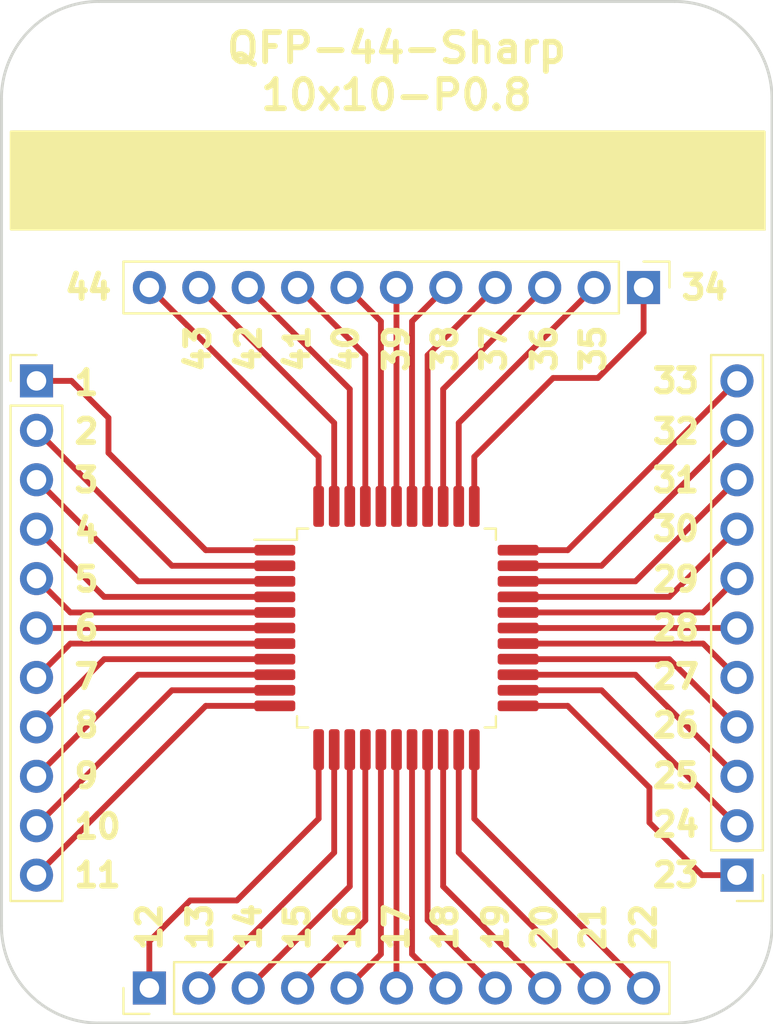
<source format=kicad_pcb>
(kicad_pcb (version 20171130) (host pcbnew 5.1.4-e60b266~84~ubuntu19.04.1)

  (general
    (thickness 1)
    (drawings 54)
    (tracks 96)
    (zones 0)
    (modules 5)
    (nets 45)
  )

  (page A4)
  (title_block
    (title BRK-QFP-44-10x10-P0.8-Sharp)
    (rev v1.0)
    (company https://gekkio.fi)
  )

  (layers
    (0 F.Cu signal)
    (31 B.Cu signal)
    (32 B.Adhes user)
    (33 F.Adhes user)
    (34 B.Paste user)
    (35 F.Paste user)
    (36 B.SilkS user)
    (37 F.SilkS user)
    (38 B.Mask user)
    (39 F.Mask user)
    (40 Dwgs.User user)
    (41 Cmts.User user)
    (42 Eco1.User user)
    (43 Eco2.User user)
    (44 Edge.Cuts user)
    (45 Margin user)
    (46 B.CrtYd user)
    (47 F.CrtYd user)
    (48 B.Fab user)
    (49 F.Fab user)
  )

  (setup
    (last_trace_width 0.3)
    (trace_clearance 0.2)
    (zone_clearance 0.508)
    (zone_45_only no)
    (trace_min 0.2)
    (via_size 0.8)
    (via_drill 0.4)
    (via_min_size 0.4)
    (via_min_drill 0.3)
    (uvia_size 0.3)
    (uvia_drill 0.1)
    (uvias_allowed no)
    (uvia_min_size 0.2)
    (uvia_min_drill 0.1)
    (edge_width 0.15)
    (segment_width 0.2)
    (pcb_text_width 0.3)
    (pcb_text_size 1.5 1.5)
    (mod_edge_width 0.15)
    (mod_text_size 1 1)
    (mod_text_width 0.15)
    (pad_size 1.524 1.524)
    (pad_drill 0.762)
    (pad_to_mask_clearance 0)
    (aux_axis_origin 0 0)
    (visible_elements FFFFFF7F)
    (pcbplotparams
      (layerselection 0x010fc_ffffffff)
      (usegerberextensions false)
      (usegerberattributes false)
      (usegerberadvancedattributes false)
      (creategerberjobfile true)
      (excludeedgelayer false)
      (linewidth 0.100000)
      (plotframeref false)
      (viasonmask false)
      (mode 1)
      (useauxorigin false)
      (hpglpennumber 1)
      (hpglpenspeed 20)
      (hpglpendiameter 15.000000)
      (psnegative false)
      (psa4output false)
      (plotreference true)
      (plotvalue true)
      (plotinvisibletext false)
      (padsonsilk false)
      (subtractmaskfromsilk false)
      (outputformat 1)
      (mirror false)
      (drillshape 0)
      (scaleselection 1)
      (outputdirectory "gerber/"))
  )

  (net 0 "")
  (net 1 "Net-(J1-Pad1)")
  (net 2 "Net-(J1-Pad2)")
  (net 3 "Net-(J1-Pad3)")
  (net 4 "Net-(J2-Pad1)")
  (net 5 "Net-(J2-Pad2)")
  (net 6 "Net-(J2-Pad3)")
  (net 7 "Net-(J1-Pad11)")
  (net 8 "Net-(J1-Pad10)")
  (net 9 "Net-(J1-Pad9)")
  (net 10 "Net-(J1-Pad8)")
  (net 11 "Net-(J1-Pad7)")
  (net 12 "Net-(J1-Pad6)")
  (net 13 "Net-(J1-Pad5)")
  (net 14 "Net-(J1-Pad4)")
  (net 15 "Net-(J2-Pad11)")
  (net 16 "Net-(J2-Pad10)")
  (net 17 "Net-(J2-Pad9)")
  (net 18 "Net-(J2-Pad8)")
  (net 19 "Net-(J2-Pad7)")
  (net 20 "Net-(J2-Pad6)")
  (net 21 "Net-(J2-Pad5)")
  (net 22 "Net-(J2-Pad4)")
  (net 23 "Net-(J3-Pad11)")
  (net 24 "Net-(J3-Pad10)")
  (net 25 "Net-(J3-Pad9)")
  (net 26 "Net-(J3-Pad8)")
  (net 27 "Net-(J3-Pad7)")
  (net 28 "Net-(J3-Pad6)")
  (net 29 "Net-(J3-Pad5)")
  (net 30 "Net-(J3-Pad4)")
  (net 31 "Net-(J3-Pad3)")
  (net 32 "Net-(J3-Pad2)")
  (net 33 "Net-(J3-Pad1)")
  (net 34 "Net-(J4-Pad11)")
  (net 35 "Net-(J4-Pad10)")
  (net 36 "Net-(J4-Pad9)")
  (net 37 "Net-(J4-Pad8)")
  (net 38 "Net-(J4-Pad7)")
  (net 39 "Net-(J4-Pad6)")
  (net 40 "Net-(J4-Pad5)")
  (net 41 "Net-(J4-Pad4)")
  (net 42 "Net-(J4-Pad3)")
  (net 43 "Net-(J4-Pad2)")
  (net 44 "Net-(J4-Pad1)")

  (net_class Default "This is the default net class."
    (clearance 0.2)
    (trace_width 0.3)
    (via_dia 0.8)
    (via_drill 0.4)
    (uvia_dia 0.3)
    (uvia_drill 0.1)
    (add_net "Net-(J1-Pad1)")
    (add_net "Net-(J1-Pad10)")
    (add_net "Net-(J1-Pad11)")
    (add_net "Net-(J1-Pad2)")
    (add_net "Net-(J1-Pad3)")
    (add_net "Net-(J1-Pad4)")
    (add_net "Net-(J1-Pad5)")
    (add_net "Net-(J1-Pad6)")
    (add_net "Net-(J1-Pad7)")
    (add_net "Net-(J1-Pad8)")
    (add_net "Net-(J1-Pad9)")
    (add_net "Net-(J2-Pad1)")
    (add_net "Net-(J2-Pad10)")
    (add_net "Net-(J2-Pad11)")
    (add_net "Net-(J2-Pad2)")
    (add_net "Net-(J2-Pad3)")
    (add_net "Net-(J2-Pad4)")
    (add_net "Net-(J2-Pad5)")
    (add_net "Net-(J2-Pad6)")
    (add_net "Net-(J2-Pad7)")
    (add_net "Net-(J2-Pad8)")
    (add_net "Net-(J2-Pad9)")
    (add_net "Net-(J3-Pad1)")
    (add_net "Net-(J3-Pad10)")
    (add_net "Net-(J3-Pad11)")
    (add_net "Net-(J3-Pad2)")
    (add_net "Net-(J3-Pad3)")
    (add_net "Net-(J3-Pad4)")
    (add_net "Net-(J3-Pad5)")
    (add_net "Net-(J3-Pad6)")
    (add_net "Net-(J3-Pad7)")
    (add_net "Net-(J3-Pad8)")
    (add_net "Net-(J3-Pad9)")
    (add_net "Net-(J4-Pad1)")
    (add_net "Net-(J4-Pad10)")
    (add_net "Net-(J4-Pad11)")
    (add_net "Net-(J4-Pad2)")
    (add_net "Net-(J4-Pad3)")
    (add_net "Net-(J4-Pad4)")
    (add_net "Net-(J4-Pad5)")
    (add_net "Net-(J4-Pad6)")
    (add_net "Net-(J4-Pad7)")
    (add_net "Net-(J4-Pad8)")
    (add_net "Net-(J4-Pad9)")
  )

  (module Gekkio_Package_QFP:Sharp_QFP-44_10x10mm_P0.8mm (layer F.Cu) (tedit 5D617211) (tstamp 5BD578B4)
    (at 59.1 62.6)
    (descr "Sharp  QFP, 44 Pin (Sharp Memory Data Book 1992), generated with kicad-footprint-generator ipc_gullwing_generator.py")
    (tags "Sharp QFP QFP")
    (path /5D4E8BD7)
    (attr smd)
    (fp_text reference U1 (at 0 -8.25) (layer F.SilkS) hide
      (effects (font (size 1 1) (thickness 0.15)))
    )
    (fp_text value Conn_02x22_Counter_Clockwise (at 0 8.25) (layer F.Fab) hide
      (effects (font (size 1 1) (thickness 0.15)))
    )
    (fp_text user %R (at 0 0) (layer F.Fab)
      (effects (font (size 1 1) (thickness 0.15)))
    )
    (fp_line (start 7.55 4.52) (end 7.55 0) (layer F.CrtYd) (width 0.05))
    (fp_line (start 5.25 4.52) (end 7.55 4.52) (layer F.CrtYd) (width 0.05))
    (fp_line (start 5.25 5.25) (end 5.25 4.52) (layer F.CrtYd) (width 0.05))
    (fp_line (start 4.52 5.25) (end 5.25 5.25) (layer F.CrtYd) (width 0.05))
    (fp_line (start 4.52 7.55) (end 4.52 5.25) (layer F.CrtYd) (width 0.05))
    (fp_line (start 0 7.55) (end 4.52 7.55) (layer F.CrtYd) (width 0.05))
    (fp_line (start -7.55 4.52) (end -7.55 0) (layer F.CrtYd) (width 0.05))
    (fp_line (start -5.25 4.52) (end -7.55 4.52) (layer F.CrtYd) (width 0.05))
    (fp_line (start -5.25 5.25) (end -5.25 4.52) (layer F.CrtYd) (width 0.05))
    (fp_line (start -4.52 5.25) (end -5.25 5.25) (layer F.CrtYd) (width 0.05))
    (fp_line (start -4.52 7.55) (end -4.52 5.25) (layer F.CrtYd) (width 0.05))
    (fp_line (start 0 7.55) (end -4.52 7.55) (layer F.CrtYd) (width 0.05))
    (fp_line (start 7.55 -4.52) (end 7.55 0) (layer F.CrtYd) (width 0.05))
    (fp_line (start 5.25 -4.52) (end 7.55 -4.52) (layer F.CrtYd) (width 0.05))
    (fp_line (start 5.25 -5.25) (end 5.25 -4.52) (layer F.CrtYd) (width 0.05))
    (fp_line (start 4.52 -5.25) (end 5.25 -5.25) (layer F.CrtYd) (width 0.05))
    (fp_line (start 4.52 -7.55) (end 4.52 -5.25) (layer F.CrtYd) (width 0.05))
    (fp_line (start 0 -7.55) (end 4.52 -7.55) (layer F.CrtYd) (width 0.05))
    (fp_line (start -7.55 -4.52) (end -7.55 0) (layer F.CrtYd) (width 0.05))
    (fp_line (start -5.25 -4.52) (end -7.55 -4.52) (layer F.CrtYd) (width 0.05))
    (fp_line (start -5.25 -5.25) (end -5.25 -4.52) (layer F.CrtYd) (width 0.05))
    (fp_line (start -4.52 -5.25) (end -5.25 -5.25) (layer F.CrtYd) (width 0.05))
    (fp_line (start -4.52 -7.55) (end -4.52 -5.25) (layer F.CrtYd) (width 0.05))
    (fp_line (start 0 -7.55) (end -4.52 -7.55) (layer F.CrtYd) (width 0.05))
    (fp_line (start -5 -4) (end -4 -5) (layer F.Fab) (width 0.1))
    (fp_line (start -5 5) (end -5 -4) (layer F.Fab) (width 0.1))
    (fp_line (start 5 5) (end -5 5) (layer F.Fab) (width 0.1))
    (fp_line (start 5 -5) (end 5 5) (layer F.Fab) (width 0.1))
    (fp_line (start -4 -5) (end 5 -5) (layer F.Fab) (width 0.1))
    (fp_line (start -5.11 -4.535) (end -7.3 -4.535) (layer F.SilkS) (width 0.12))
    (fp_line (start -5.11 -5.11) (end -5.11 -4.535) (layer F.SilkS) (width 0.12))
    (fp_line (start -4.535 -5.11) (end -5.11 -5.11) (layer F.SilkS) (width 0.12))
    (fp_line (start 5.11 -5.11) (end 5.11 -4.535) (layer F.SilkS) (width 0.12))
    (fp_line (start 4.535 -5.11) (end 5.11 -5.11) (layer F.SilkS) (width 0.12))
    (fp_line (start -5.11 5.11) (end -5.11 4.535) (layer F.SilkS) (width 0.12))
    (fp_line (start -4.535 5.11) (end -5.11 5.11) (layer F.SilkS) (width 0.12))
    (fp_line (start 5.11 5.11) (end 5.11 4.535) (layer F.SilkS) (width 0.12))
    (fp_line (start 4.535 5.11) (end 5.11 5.11) (layer F.SilkS) (width 0.12))
    (pad 44 smd roundrect (at -4 -6.25) (size 0.55 2.1) (layers F.Cu F.Paste F.Mask) (roundrect_rratio 0.25)
      (net 34 "Net-(J4-Pad11)"))
    (pad 43 smd roundrect (at -3.2 -6.25) (size 0.55 2.1) (layers F.Cu F.Paste F.Mask) (roundrect_rratio 0.25)
      (net 35 "Net-(J4-Pad10)"))
    (pad 42 smd roundrect (at -2.4 -6.25) (size 0.55 2.1) (layers F.Cu F.Paste F.Mask) (roundrect_rratio 0.25)
      (net 36 "Net-(J4-Pad9)"))
    (pad 41 smd roundrect (at -1.6 -6.25) (size 0.55 2.1) (layers F.Cu F.Paste F.Mask) (roundrect_rratio 0.25)
      (net 37 "Net-(J4-Pad8)"))
    (pad 40 smd roundrect (at -0.8 -6.25) (size 0.55 2.1) (layers F.Cu F.Paste F.Mask) (roundrect_rratio 0.25)
      (net 38 "Net-(J4-Pad7)"))
    (pad 39 smd roundrect (at 0 -6.25) (size 0.55 2.1) (layers F.Cu F.Paste F.Mask) (roundrect_rratio 0.25)
      (net 39 "Net-(J4-Pad6)"))
    (pad 38 smd roundrect (at 0.8 -6.25) (size 0.55 2.1) (layers F.Cu F.Paste F.Mask) (roundrect_rratio 0.25)
      (net 40 "Net-(J4-Pad5)"))
    (pad 37 smd roundrect (at 1.6 -6.25) (size 0.55 2.1) (layers F.Cu F.Paste F.Mask) (roundrect_rratio 0.25)
      (net 41 "Net-(J4-Pad4)"))
    (pad 36 smd roundrect (at 2.4 -6.25) (size 0.55 2.1) (layers F.Cu F.Paste F.Mask) (roundrect_rratio 0.25)
      (net 42 "Net-(J4-Pad3)"))
    (pad 35 smd roundrect (at 3.2 -6.25) (size 0.55 2.1) (layers F.Cu F.Paste F.Mask) (roundrect_rratio 0.25)
      (net 43 "Net-(J4-Pad2)"))
    (pad 34 smd roundrect (at 4 -6.25) (size 0.55 2.1) (layers F.Cu F.Paste F.Mask) (roundrect_rratio 0.25)
      (net 44 "Net-(J4-Pad1)"))
    (pad 33 smd roundrect (at 6.25 -4) (size 2.1 0.55) (layers F.Cu F.Paste F.Mask) (roundrect_rratio 0.25)
      (net 23 "Net-(J3-Pad11)"))
    (pad 32 smd roundrect (at 6.25 -3.2) (size 2.1 0.55) (layers F.Cu F.Paste F.Mask) (roundrect_rratio 0.25)
      (net 24 "Net-(J3-Pad10)"))
    (pad 31 smd roundrect (at 6.25 -2.4) (size 2.1 0.55) (layers F.Cu F.Paste F.Mask) (roundrect_rratio 0.25)
      (net 25 "Net-(J3-Pad9)"))
    (pad 30 smd roundrect (at 6.25 -1.6) (size 2.1 0.55) (layers F.Cu F.Paste F.Mask) (roundrect_rratio 0.25)
      (net 26 "Net-(J3-Pad8)"))
    (pad 29 smd roundrect (at 6.25 -0.8) (size 2.1 0.55) (layers F.Cu F.Paste F.Mask) (roundrect_rratio 0.25)
      (net 27 "Net-(J3-Pad7)"))
    (pad 28 smd roundrect (at 6.25 0) (size 2.1 0.55) (layers F.Cu F.Paste F.Mask) (roundrect_rratio 0.25)
      (net 28 "Net-(J3-Pad6)"))
    (pad 27 smd roundrect (at 6.25 0.8) (size 2.1 0.55) (layers F.Cu F.Paste F.Mask) (roundrect_rratio 0.25)
      (net 29 "Net-(J3-Pad5)"))
    (pad 26 smd roundrect (at 6.25 1.6) (size 2.1 0.55) (layers F.Cu F.Paste F.Mask) (roundrect_rratio 0.25)
      (net 30 "Net-(J3-Pad4)"))
    (pad 25 smd roundrect (at 6.25 2.4) (size 2.1 0.55) (layers F.Cu F.Paste F.Mask) (roundrect_rratio 0.25)
      (net 31 "Net-(J3-Pad3)"))
    (pad 24 smd roundrect (at 6.25 3.2) (size 2.1 0.55) (layers F.Cu F.Paste F.Mask) (roundrect_rratio 0.25)
      (net 32 "Net-(J3-Pad2)"))
    (pad 23 smd roundrect (at 6.25 4) (size 2.1 0.55) (layers F.Cu F.Paste F.Mask) (roundrect_rratio 0.25)
      (net 33 "Net-(J3-Pad1)"))
    (pad 22 smd roundrect (at 4 6.25) (size 0.55 2.1) (layers F.Cu F.Paste F.Mask) (roundrect_rratio 0.25)
      (net 15 "Net-(J2-Pad11)"))
    (pad 21 smd roundrect (at 3.2 6.25) (size 0.55 2.1) (layers F.Cu F.Paste F.Mask) (roundrect_rratio 0.25)
      (net 16 "Net-(J2-Pad10)"))
    (pad 20 smd roundrect (at 2.4 6.25) (size 0.55 2.1) (layers F.Cu F.Paste F.Mask) (roundrect_rratio 0.25)
      (net 17 "Net-(J2-Pad9)"))
    (pad 19 smd roundrect (at 1.6 6.25) (size 0.55 2.1) (layers F.Cu F.Paste F.Mask) (roundrect_rratio 0.25)
      (net 18 "Net-(J2-Pad8)"))
    (pad 18 smd roundrect (at 0.8 6.25) (size 0.55 2.1) (layers F.Cu F.Paste F.Mask) (roundrect_rratio 0.25)
      (net 19 "Net-(J2-Pad7)"))
    (pad 17 smd roundrect (at 0 6.25) (size 0.55 2.1) (layers F.Cu F.Paste F.Mask) (roundrect_rratio 0.25)
      (net 20 "Net-(J2-Pad6)"))
    (pad 16 smd roundrect (at -0.8 6.25) (size 0.55 2.1) (layers F.Cu F.Paste F.Mask) (roundrect_rratio 0.25)
      (net 21 "Net-(J2-Pad5)"))
    (pad 15 smd roundrect (at -1.6 6.25) (size 0.55 2.1) (layers F.Cu F.Paste F.Mask) (roundrect_rratio 0.25)
      (net 22 "Net-(J2-Pad4)"))
    (pad 14 smd roundrect (at -2.4 6.25) (size 0.55 2.1) (layers F.Cu F.Paste F.Mask) (roundrect_rratio 0.25)
      (net 6 "Net-(J2-Pad3)"))
    (pad 13 smd roundrect (at -3.2 6.25) (size 0.55 2.1) (layers F.Cu F.Paste F.Mask) (roundrect_rratio 0.25)
      (net 5 "Net-(J2-Pad2)"))
    (pad 12 smd roundrect (at -4 6.25) (size 0.55 2.1) (layers F.Cu F.Paste F.Mask) (roundrect_rratio 0.25)
      (net 4 "Net-(J2-Pad1)"))
    (pad 11 smd roundrect (at -6.25 4) (size 2.1 0.55) (layers F.Cu F.Paste F.Mask) (roundrect_rratio 0.25)
      (net 7 "Net-(J1-Pad11)"))
    (pad 10 smd roundrect (at -6.25 3.2) (size 2.1 0.55) (layers F.Cu F.Paste F.Mask) (roundrect_rratio 0.25)
      (net 8 "Net-(J1-Pad10)"))
    (pad 9 smd roundrect (at -6.25 2.4) (size 2.1 0.55) (layers F.Cu F.Paste F.Mask) (roundrect_rratio 0.25)
      (net 9 "Net-(J1-Pad9)"))
    (pad 8 smd roundrect (at -6.25 1.6) (size 2.1 0.55) (layers F.Cu F.Paste F.Mask) (roundrect_rratio 0.25)
      (net 10 "Net-(J1-Pad8)"))
    (pad 7 smd roundrect (at -6.25 0.8) (size 2.1 0.55) (layers F.Cu F.Paste F.Mask) (roundrect_rratio 0.25)
      (net 11 "Net-(J1-Pad7)"))
    (pad 6 smd roundrect (at -6.25 0) (size 2.1 0.55) (layers F.Cu F.Paste F.Mask) (roundrect_rratio 0.25)
      (net 12 "Net-(J1-Pad6)"))
    (pad 5 smd roundrect (at -6.25 -0.8) (size 2.1 0.55) (layers F.Cu F.Paste F.Mask) (roundrect_rratio 0.25)
      (net 13 "Net-(J1-Pad5)"))
    (pad 4 smd roundrect (at -6.25 -1.6) (size 2.1 0.55) (layers F.Cu F.Paste F.Mask) (roundrect_rratio 0.25)
      (net 14 "Net-(J1-Pad4)"))
    (pad 3 smd roundrect (at -6.25 -2.4) (size 2.1 0.55) (layers F.Cu F.Paste F.Mask) (roundrect_rratio 0.25)
      (net 3 "Net-(J1-Pad3)"))
    (pad 2 smd roundrect (at -6.25 -3.2) (size 2.1 0.55) (layers F.Cu F.Paste F.Mask) (roundrect_rratio 0.25)
      (net 2 "Net-(J1-Pad2)"))
    (pad 1 smd roundrect (at -6.25 -4) (size 2.1 0.55) (layers F.Cu F.Paste F.Mask) (roundrect_rratio 0.25)
      (net 1 "Net-(J1-Pad1)"))
    (model ${KISYS3DMOD}/Gekkio_Package_QFP.3dshapes/Sharp_QFP-44_10x10mm_P0.8mm.wrl
      (at (xyz 0 0 0))
      (scale (xyz 1 1 1))
      (rotate (xyz 0 0 0))
    )
  )

  (module Connector_PinHeader_2.54mm:PinHeader_1x11_P2.54mm_Vertical (layer F.Cu) (tedit 59FED5CC) (tstamp 5D4F0140)
    (at 71.8 45.1 270)
    (descr "Through hole straight pin header, 1x11, 2.54mm pitch, single row")
    (tags "Through hole pin header THT 1x11 2.54mm single row")
    (path /5D4F6825)
    (fp_text reference J4 (at 0 -2.33 90) (layer F.SilkS) hide
      (effects (font (size 1 1) (thickness 0.15)))
    )
    (fp_text value Conn_01x11 (at 0 27.73 90) (layer F.Fab) hide
      (effects (font (size 1 1) (thickness 0.15)))
    )
    (fp_text user %R (at 0 12.7) (layer F.Fab)
      (effects (font (size 1 1) (thickness 0.15)))
    )
    (fp_line (start 1.8 -1.8) (end -1.8 -1.8) (layer F.CrtYd) (width 0.05))
    (fp_line (start 1.8 27.2) (end 1.8 -1.8) (layer F.CrtYd) (width 0.05))
    (fp_line (start -1.8 27.2) (end 1.8 27.2) (layer F.CrtYd) (width 0.05))
    (fp_line (start -1.8 -1.8) (end -1.8 27.2) (layer F.CrtYd) (width 0.05))
    (fp_line (start -1.33 -1.33) (end 0 -1.33) (layer F.SilkS) (width 0.12))
    (fp_line (start -1.33 0) (end -1.33 -1.33) (layer F.SilkS) (width 0.12))
    (fp_line (start -1.33 1.27) (end 1.33 1.27) (layer F.SilkS) (width 0.12))
    (fp_line (start 1.33 1.27) (end 1.33 26.73) (layer F.SilkS) (width 0.12))
    (fp_line (start -1.33 1.27) (end -1.33 26.73) (layer F.SilkS) (width 0.12))
    (fp_line (start -1.33 26.73) (end 1.33 26.73) (layer F.SilkS) (width 0.12))
    (fp_line (start -1.27 -0.635) (end -0.635 -1.27) (layer F.Fab) (width 0.1))
    (fp_line (start -1.27 26.67) (end -1.27 -0.635) (layer F.Fab) (width 0.1))
    (fp_line (start 1.27 26.67) (end -1.27 26.67) (layer F.Fab) (width 0.1))
    (fp_line (start 1.27 -1.27) (end 1.27 26.67) (layer F.Fab) (width 0.1))
    (fp_line (start -0.635 -1.27) (end 1.27 -1.27) (layer F.Fab) (width 0.1))
    (pad 11 thru_hole oval (at 0 25.4 270) (size 1.7 1.7) (drill 1) (layers *.Cu *.Mask)
      (net 34 "Net-(J4-Pad11)"))
    (pad 10 thru_hole oval (at 0 22.86 270) (size 1.7 1.7) (drill 1) (layers *.Cu *.Mask)
      (net 35 "Net-(J4-Pad10)"))
    (pad 9 thru_hole oval (at 0 20.32 270) (size 1.7 1.7) (drill 1) (layers *.Cu *.Mask)
      (net 36 "Net-(J4-Pad9)"))
    (pad 8 thru_hole oval (at 0 17.78 270) (size 1.7 1.7) (drill 1) (layers *.Cu *.Mask)
      (net 37 "Net-(J4-Pad8)"))
    (pad 7 thru_hole oval (at 0 15.24 270) (size 1.7 1.7) (drill 1) (layers *.Cu *.Mask)
      (net 38 "Net-(J4-Pad7)"))
    (pad 6 thru_hole oval (at 0 12.7 270) (size 1.7 1.7) (drill 1) (layers *.Cu *.Mask)
      (net 39 "Net-(J4-Pad6)"))
    (pad 5 thru_hole oval (at 0 10.16 270) (size 1.7 1.7) (drill 1) (layers *.Cu *.Mask)
      (net 40 "Net-(J4-Pad5)"))
    (pad 4 thru_hole oval (at 0 7.62 270) (size 1.7 1.7) (drill 1) (layers *.Cu *.Mask)
      (net 41 "Net-(J4-Pad4)"))
    (pad 3 thru_hole oval (at 0 5.08 270) (size 1.7 1.7) (drill 1) (layers *.Cu *.Mask)
      (net 42 "Net-(J4-Pad3)"))
    (pad 2 thru_hole oval (at 0 2.54 270) (size 1.7 1.7) (drill 1) (layers *.Cu *.Mask)
      (net 43 "Net-(J4-Pad2)"))
    (pad 1 thru_hole rect (at 0 0 270) (size 1.7 1.7) (drill 1) (layers *.Cu *.Mask)
      (net 44 "Net-(J4-Pad1)"))
    (model ${KISYS3DMOD}/Connector_PinHeader_2.54mm.3dshapes/PinHeader_1x11_P2.54mm_Vertical.wrl
      (at (xyz 0 0 0))
      (scale (xyz 1 1 1))
      (rotate (xyz 0 0 0))
    )
  )

  (module Connector_PinHeader_2.54mm:PinHeader_1x11_P2.54mm_Vertical (layer F.Cu) (tedit 59FED5CC) (tstamp 5D4F1116)
    (at 76.6 75.3 180)
    (descr "Through hole straight pin header, 1x11, 2.54mm pitch, single row")
    (tags "Through hole pin header THT 1x11 2.54mm single row")
    (path /5D4F0DF4)
    (fp_text reference J3 (at 0 -2.33) (layer F.SilkS) hide
      (effects (font (size 1 1) (thickness 0.15)))
    )
    (fp_text value Conn_01x11 (at 0 27.73) (layer F.Fab) hide
      (effects (font (size 1 1) (thickness 0.15)))
    )
    (fp_text user %R (at 0 12.7 90) (layer F.Fab)
      (effects (font (size 1 1) (thickness 0.15)))
    )
    (fp_line (start 1.8 -1.8) (end -1.8 -1.8) (layer F.CrtYd) (width 0.05))
    (fp_line (start 1.8 27.2) (end 1.8 -1.8) (layer F.CrtYd) (width 0.05))
    (fp_line (start -1.8 27.2) (end 1.8 27.2) (layer F.CrtYd) (width 0.05))
    (fp_line (start -1.8 -1.8) (end -1.8 27.2) (layer F.CrtYd) (width 0.05))
    (fp_line (start -1.33 -1.33) (end 0 -1.33) (layer F.SilkS) (width 0.12))
    (fp_line (start -1.33 0) (end -1.33 -1.33) (layer F.SilkS) (width 0.12))
    (fp_line (start -1.33 1.27) (end 1.33 1.27) (layer F.SilkS) (width 0.12))
    (fp_line (start 1.33 1.27) (end 1.33 26.73) (layer F.SilkS) (width 0.12))
    (fp_line (start -1.33 1.27) (end -1.33 26.73) (layer F.SilkS) (width 0.12))
    (fp_line (start -1.33 26.73) (end 1.33 26.73) (layer F.SilkS) (width 0.12))
    (fp_line (start -1.27 -0.635) (end -0.635 -1.27) (layer F.Fab) (width 0.1))
    (fp_line (start -1.27 26.67) (end -1.27 -0.635) (layer F.Fab) (width 0.1))
    (fp_line (start 1.27 26.67) (end -1.27 26.67) (layer F.Fab) (width 0.1))
    (fp_line (start 1.27 -1.27) (end 1.27 26.67) (layer F.Fab) (width 0.1))
    (fp_line (start -0.635 -1.27) (end 1.27 -1.27) (layer F.Fab) (width 0.1))
    (pad 11 thru_hole oval (at 0 25.4 180) (size 1.7 1.7) (drill 1) (layers *.Cu *.Mask)
      (net 23 "Net-(J3-Pad11)"))
    (pad 10 thru_hole oval (at 0 22.86 180) (size 1.7 1.7) (drill 1) (layers *.Cu *.Mask)
      (net 24 "Net-(J3-Pad10)"))
    (pad 9 thru_hole oval (at 0 20.32 180) (size 1.7 1.7) (drill 1) (layers *.Cu *.Mask)
      (net 25 "Net-(J3-Pad9)"))
    (pad 8 thru_hole oval (at 0 17.78 180) (size 1.7 1.7) (drill 1) (layers *.Cu *.Mask)
      (net 26 "Net-(J3-Pad8)"))
    (pad 7 thru_hole oval (at 0 15.24 180) (size 1.7 1.7) (drill 1) (layers *.Cu *.Mask)
      (net 27 "Net-(J3-Pad7)"))
    (pad 6 thru_hole oval (at 0 12.7 180) (size 1.7 1.7) (drill 1) (layers *.Cu *.Mask)
      (net 28 "Net-(J3-Pad6)"))
    (pad 5 thru_hole oval (at 0 10.16 180) (size 1.7 1.7) (drill 1) (layers *.Cu *.Mask)
      (net 29 "Net-(J3-Pad5)"))
    (pad 4 thru_hole oval (at 0 7.62 180) (size 1.7 1.7) (drill 1) (layers *.Cu *.Mask)
      (net 30 "Net-(J3-Pad4)"))
    (pad 3 thru_hole oval (at 0 5.08 180) (size 1.7 1.7) (drill 1) (layers *.Cu *.Mask)
      (net 31 "Net-(J3-Pad3)"))
    (pad 2 thru_hole oval (at 0 2.54 180) (size 1.7 1.7) (drill 1) (layers *.Cu *.Mask)
      (net 32 "Net-(J3-Pad2)"))
    (pad 1 thru_hole rect (at 0 0 180) (size 1.7 1.7) (drill 1) (layers *.Cu *.Mask)
      (net 33 "Net-(J3-Pad1)"))
    (model ${KISYS3DMOD}/Connector_PinHeader_2.54mm.3dshapes/PinHeader_1x11_P2.54mm_Vertical.wrl
      (at (xyz 0 0 0))
      (scale (xyz 1 1 1))
      (rotate (xyz 0 0 0))
    )
  )

  (module Connector_PinHeader_2.54mm:PinHeader_1x11_P2.54mm_Vertical (layer F.Cu) (tedit 59FED5CC) (tstamp 5D4F1B45)
    (at 46.4 81.1 90)
    (descr "Through hole straight pin header, 1x11, 2.54mm pitch, single row")
    (tags "Through hole pin header THT 1x11 2.54mm single row")
    (path /5D4EDBC7)
    (fp_text reference J2 (at 0 -2.33 90) (layer F.SilkS) hide
      (effects (font (size 1 1) (thickness 0.15)))
    )
    (fp_text value Conn_01x11 (at 0 27.73 90) (layer F.Fab) hide
      (effects (font (size 1 1) (thickness 0.15)))
    )
    (fp_text user %R (at 0 12.7) (layer F.Fab)
      (effects (font (size 1 1) (thickness 0.15)))
    )
    (fp_line (start 1.8 -1.8) (end -1.8 -1.8) (layer F.CrtYd) (width 0.05))
    (fp_line (start 1.8 27.2) (end 1.8 -1.8) (layer F.CrtYd) (width 0.05))
    (fp_line (start -1.8 27.2) (end 1.8 27.2) (layer F.CrtYd) (width 0.05))
    (fp_line (start -1.8 -1.8) (end -1.8 27.2) (layer F.CrtYd) (width 0.05))
    (fp_line (start -1.33 -1.33) (end 0 -1.33) (layer F.SilkS) (width 0.12))
    (fp_line (start -1.33 0) (end -1.33 -1.33) (layer F.SilkS) (width 0.12))
    (fp_line (start -1.33 1.27) (end 1.33 1.27) (layer F.SilkS) (width 0.12))
    (fp_line (start 1.33 1.27) (end 1.33 26.73) (layer F.SilkS) (width 0.12))
    (fp_line (start -1.33 1.27) (end -1.33 26.73) (layer F.SilkS) (width 0.12))
    (fp_line (start -1.33 26.73) (end 1.33 26.73) (layer F.SilkS) (width 0.12))
    (fp_line (start -1.27 -0.635) (end -0.635 -1.27) (layer F.Fab) (width 0.1))
    (fp_line (start -1.27 26.67) (end -1.27 -0.635) (layer F.Fab) (width 0.1))
    (fp_line (start 1.27 26.67) (end -1.27 26.67) (layer F.Fab) (width 0.1))
    (fp_line (start 1.27 -1.27) (end 1.27 26.67) (layer F.Fab) (width 0.1))
    (fp_line (start -0.635 -1.27) (end 1.27 -1.27) (layer F.Fab) (width 0.1))
    (pad 11 thru_hole oval (at 0 25.4 90) (size 1.7 1.7) (drill 1) (layers *.Cu *.Mask)
      (net 15 "Net-(J2-Pad11)"))
    (pad 10 thru_hole oval (at 0 22.86 90) (size 1.7 1.7) (drill 1) (layers *.Cu *.Mask)
      (net 16 "Net-(J2-Pad10)"))
    (pad 9 thru_hole oval (at 0 20.32 90) (size 1.7 1.7) (drill 1) (layers *.Cu *.Mask)
      (net 17 "Net-(J2-Pad9)"))
    (pad 8 thru_hole oval (at 0 17.78 90) (size 1.7 1.7) (drill 1) (layers *.Cu *.Mask)
      (net 18 "Net-(J2-Pad8)"))
    (pad 7 thru_hole oval (at 0 15.24 90) (size 1.7 1.7) (drill 1) (layers *.Cu *.Mask)
      (net 19 "Net-(J2-Pad7)"))
    (pad 6 thru_hole oval (at 0 12.7 90) (size 1.7 1.7) (drill 1) (layers *.Cu *.Mask)
      (net 20 "Net-(J2-Pad6)"))
    (pad 5 thru_hole oval (at 0 10.16 90) (size 1.7 1.7) (drill 1) (layers *.Cu *.Mask)
      (net 21 "Net-(J2-Pad5)"))
    (pad 4 thru_hole oval (at 0 7.62 90) (size 1.7 1.7) (drill 1) (layers *.Cu *.Mask)
      (net 22 "Net-(J2-Pad4)"))
    (pad 3 thru_hole oval (at 0 5.08 90) (size 1.7 1.7) (drill 1) (layers *.Cu *.Mask)
      (net 6 "Net-(J2-Pad3)"))
    (pad 2 thru_hole oval (at 0 2.54 90) (size 1.7 1.7) (drill 1) (layers *.Cu *.Mask)
      (net 5 "Net-(J2-Pad2)"))
    (pad 1 thru_hole rect (at 0 0 90) (size 1.7 1.7) (drill 1) (layers *.Cu *.Mask)
      (net 4 "Net-(J2-Pad1)"))
    (model ${KISYS3DMOD}/Connector_PinHeader_2.54mm.3dshapes/PinHeader_1x11_P2.54mm_Vertical.wrl
      (at (xyz 0 0 0))
      (scale (xyz 1 1 1))
      (rotate (xyz 0 0 0))
    )
  )

  (module Connector_PinHeader_2.54mm:PinHeader_1x11_P2.54mm_Vertical (layer F.Cu) (tedit 59FED5CC) (tstamp 5D4F0833)
    (at 40.6 49.9)
    (descr "Through hole straight pin header, 1x11, 2.54mm pitch, single row")
    (tags "Through hole pin header THT 1x11 2.54mm single row")
    (path /5D4EBED3)
    (fp_text reference J1 (at 0 -2.33) (layer F.SilkS) hide
      (effects (font (size 1 1) (thickness 0.15)))
    )
    (fp_text value Conn_01x11 (at 0 27.73) (layer F.Fab) hide
      (effects (font (size 1 1) (thickness 0.15)))
    )
    (fp_text user %R (at 0 12.7 90) (layer F.Fab)
      (effects (font (size 1 1) (thickness 0.15)))
    )
    (fp_line (start 1.8 -1.8) (end -1.8 -1.8) (layer F.CrtYd) (width 0.05))
    (fp_line (start 1.8 27.2) (end 1.8 -1.8) (layer F.CrtYd) (width 0.05))
    (fp_line (start -1.8 27.2) (end 1.8 27.2) (layer F.CrtYd) (width 0.05))
    (fp_line (start -1.8 -1.8) (end -1.8 27.2) (layer F.CrtYd) (width 0.05))
    (fp_line (start -1.33 -1.33) (end 0 -1.33) (layer F.SilkS) (width 0.12))
    (fp_line (start -1.33 0) (end -1.33 -1.33) (layer F.SilkS) (width 0.12))
    (fp_line (start -1.33 1.27) (end 1.33 1.27) (layer F.SilkS) (width 0.12))
    (fp_line (start 1.33 1.27) (end 1.33 26.73) (layer F.SilkS) (width 0.12))
    (fp_line (start -1.33 1.27) (end -1.33 26.73) (layer F.SilkS) (width 0.12))
    (fp_line (start -1.33 26.73) (end 1.33 26.73) (layer F.SilkS) (width 0.12))
    (fp_line (start -1.27 -0.635) (end -0.635 -1.27) (layer F.Fab) (width 0.1))
    (fp_line (start -1.27 26.67) (end -1.27 -0.635) (layer F.Fab) (width 0.1))
    (fp_line (start 1.27 26.67) (end -1.27 26.67) (layer F.Fab) (width 0.1))
    (fp_line (start 1.27 -1.27) (end 1.27 26.67) (layer F.Fab) (width 0.1))
    (fp_line (start -0.635 -1.27) (end 1.27 -1.27) (layer F.Fab) (width 0.1))
    (pad 11 thru_hole oval (at 0 25.4) (size 1.7 1.7) (drill 1) (layers *.Cu *.Mask)
      (net 7 "Net-(J1-Pad11)"))
    (pad 10 thru_hole oval (at 0 22.86) (size 1.7 1.7) (drill 1) (layers *.Cu *.Mask)
      (net 8 "Net-(J1-Pad10)"))
    (pad 9 thru_hole oval (at 0 20.32) (size 1.7 1.7) (drill 1) (layers *.Cu *.Mask)
      (net 9 "Net-(J1-Pad9)"))
    (pad 8 thru_hole oval (at 0 17.78) (size 1.7 1.7) (drill 1) (layers *.Cu *.Mask)
      (net 10 "Net-(J1-Pad8)"))
    (pad 7 thru_hole oval (at 0 15.24) (size 1.7 1.7) (drill 1) (layers *.Cu *.Mask)
      (net 11 "Net-(J1-Pad7)"))
    (pad 6 thru_hole oval (at 0 12.7) (size 1.7 1.7) (drill 1) (layers *.Cu *.Mask)
      (net 12 "Net-(J1-Pad6)"))
    (pad 5 thru_hole oval (at 0 10.16) (size 1.7 1.7) (drill 1) (layers *.Cu *.Mask)
      (net 13 "Net-(J1-Pad5)"))
    (pad 4 thru_hole oval (at 0 7.62) (size 1.7 1.7) (drill 1) (layers *.Cu *.Mask)
      (net 14 "Net-(J1-Pad4)"))
    (pad 3 thru_hole oval (at 0 5.08) (size 1.7 1.7) (drill 1) (layers *.Cu *.Mask)
      (net 3 "Net-(J1-Pad3)"))
    (pad 2 thru_hole oval (at 0 2.54) (size 1.7 1.7) (drill 1) (layers *.Cu *.Mask)
      (net 2 "Net-(J1-Pad2)"))
    (pad 1 thru_hole rect (at 0 0) (size 1.7 1.7) (drill 1) (layers *.Cu *.Mask)
      (net 1 "Net-(J1-Pad1)"))
    (model ${KISYS3DMOD}/Connector_PinHeader_2.54mm.3dshapes/PinHeader_1x11_P2.54mm_Vertical.wrl
      (at (xyz 0 0 0))
      (scale (xyz 1 1 1))
      (rotate (xyz 0 0 0))
    )
  )

  (gr_text 44 (at 44.6 45.1) (layer F.SilkS) (tstamp 5D4F1E42)
    (effects (font (size 1.2 1.2) (thickness 0.3)) (justify right))
  )
  (gr_text 43 (at 48.9 46.9 90) (layer F.SilkS) (tstamp 5D4F1E3F)
    (effects (font (size 1.2 1.2) (thickness 0.3)) (justify right))
  )
  (gr_text 42 (at 51.5 46.9 90) (layer F.SilkS) (tstamp 5D4F1E3C)
    (effects (font (size 1.2 1.2) (thickness 0.3)) (justify right))
  )
  (gr_text 41 (at 54 46.9 90) (layer F.SilkS) (tstamp 5D4F1E39)
    (effects (font (size 1.2 1.2) (thickness 0.3)) (justify right))
  )
  (gr_text 40 (at 56.5 46.9 90) (layer F.SilkS) (tstamp 5D4F1E36)
    (effects (font (size 1.2 1.2) (thickness 0.3)) (justify right))
  )
  (gr_text 39 (at 59.1 46.9 90) (layer F.SilkS) (tstamp 5D4F1E33)
    (effects (font (size 1.2 1.2) (thickness 0.3)) (justify right))
  )
  (gr_text 38 (at 61.6 46.9 90) (layer F.SilkS) (tstamp 5D4F1E30)
    (effects (font (size 1.2 1.2) (thickness 0.3)) (justify right))
  )
  (gr_text 37 (at 64.1 46.9 90) (layer F.SilkS) (tstamp 5D4F1E2D)
    (effects (font (size 1.2 1.2) (thickness 0.3)) (justify right))
  )
  (gr_text 36 (at 66.7 46.9 90) (layer F.SilkS) (tstamp 5D4F1E2A)
    (effects (font (size 1.2 1.2) (thickness 0.3)) (justify right))
  )
  (gr_text 35 (at 69.2 46.9 90) (layer F.SilkS) (tstamp 5D4F1E1C)
    (effects (font (size 1.2 1.2) (thickness 0.3)) (justify right))
  )
  (gr_text 34 (at 73.6 45.1) (layer F.SilkS) (tstamp 5D4F1E49)
    (effects (font (size 1.2 1.2) (thickness 0.3)) (justify left))
  )
  (gr_text 33 (at 74.8 49.9) (layer F.SilkS) (tstamp 5D4F1E10)
    (effects (font (size 1.2 1.2) (thickness 0.3)) (justify right))
  )
  (gr_text 32 (at 74.8 52.5) (layer F.SilkS) (tstamp 5D4F1E0D)
    (effects (font (size 1.2 1.2) (thickness 0.3)) (justify right))
  )
  (gr_text 31 (at 74.8 55) (layer F.SilkS) (tstamp 5D4F1E0A)
    (effects (font (size 1.2 1.2) (thickness 0.3)) (justify right))
  )
  (gr_text 30 (at 74.8 57.5) (layer F.SilkS) (tstamp 5D4F1E07)
    (effects (font (size 1.2 1.2) (thickness 0.3)) (justify right))
  )
  (gr_text 29 (at 74.8 60.1) (layer F.SilkS) (tstamp 5D4F1E04)
    (effects (font (size 1.2 1.2) (thickness 0.3)) (justify right))
  )
  (gr_text 28 (at 74.8 62.6) (layer F.SilkS) (tstamp 5D4F1E01)
    (effects (font (size 1.2 1.2) (thickness 0.3)) (justify right))
  )
  (gr_text 27 (at 74.8 65.1) (layer F.SilkS) (tstamp 5D4F1DFE)
    (effects (font (size 1.2 1.2) (thickness 0.3)) (justify right))
  )
  (gr_text 26 (at 74.8 67.6) (layer F.SilkS) (tstamp 5D4F1DF6)
    (effects (font (size 1.2 1.2) (thickness 0.3)) (justify right))
  )
  (gr_text 25 (at 74.8 70.2) (layer F.SilkS) (tstamp 5D4F1DF3)
    (effects (font (size 1.2 1.2) (thickness 0.3)) (justify right))
  )
  (gr_text 24 (at 74.8 72.7) (layer F.SilkS) (tstamp 5D4F1DF0)
    (effects (font (size 1.2 1.2) (thickness 0.3)) (justify right))
  )
  (gr_text 23 (at 74.8 75.3) (layer F.SilkS) (tstamp 5D4F1DE4)
    (effects (font (size 1.2 1.2) (thickness 0.3)) (justify right))
  )
  (gr_text 22 (at 71.8 79.3 90) (layer F.SilkS) (tstamp 5D4F1DE1)
    (effects (font (size 1.2 1.2) (thickness 0.3)) (justify left))
  )
  (gr_text 21 (at 69.2 79.3 90) (layer F.SilkS) (tstamp 5D4F1DC0)
    (effects (font (size 1.2 1.2) (thickness 0.3)) (justify left))
  )
  (gr_text 20 (at 66.7 79.3 90) (layer F.SilkS) (tstamp 5D4F1DB8)
    (effects (font (size 1.2 1.2) (thickness 0.3)) (justify left))
  )
  (gr_text 19 (at 64.2 79.3 90) (layer F.SilkS) (tstamp 5D4F1DB5)
    (effects (font (size 1.2 1.2) (thickness 0.3)) (justify left))
  )
  (gr_text 18 (at 61.6 79.3 90) (layer F.SilkS) (tstamp 5D4F1DB2)
    (effects (font (size 1.2 1.2) (thickness 0.3)) (justify left))
  )
  (gr_text 17 (at 59.1 79.3 90) (layer F.SilkS) (tstamp 5D4F1DAF)
    (effects (font (size 1.2 1.2) (thickness 0.3)) (justify left))
  )
  (gr_text 16 (at 56.6 79.3 90) (layer F.SilkS) (tstamp 5D4F1DAC)
    (effects (font (size 1.2 1.2) (thickness 0.3)) (justify left))
  )
  (gr_text 15 (at 54 79.3 90) (layer F.SilkS) (tstamp 5D4F1DA9)
    (effects (font (size 1.2 1.2) (thickness 0.3)) (justify left))
  )
  (gr_text 14 (at 51.5 79.3 90) (layer F.SilkS) (tstamp 5D4F1DA6)
    (effects (font (size 1.2 1.2) (thickness 0.3)) (justify left))
  )
  (gr_arc (start 73.4 35.4) (end 78.4 35.4) (angle -90) (layer Edge.Cuts) (width 0.15) (tstamp 5D4F18B6))
  (gr_arc (start 43.8 35.4) (end 43.8 30.4) (angle -90) (layer Edge.Cuts) (width 0.15) (tstamp 5D4F1883))
  (gr_arc (start 73.4 77.9) (end 73.4 82.9) (angle -90) (layer Edge.Cuts) (width 0.15) (tstamp 5D4F1829))
  (gr_text 10 (at 42.4 72.8) (layer F.SilkS) (tstamp 5D4F1802)
    (effects (font (size 1.2 1.2) (thickness 0.3)) (justify left))
  )
  (gr_text 9 (at 42.4 70.2) (layer F.SilkS) (tstamp 5D4F17FF)
    (effects (font (size 1.2 1.2) (thickness 0.3)) (justify left))
  )
  (gr_text 8 (at 42.4 67.6) (layer F.SilkS) (tstamp 5D4F17FC)
    (effects (font (size 1.2 1.2) (thickness 0.3)) (justify left))
  )
  (gr_text 7 (at 42.4 65.1) (layer F.SilkS) (tstamp 5D4F17F9)
    (effects (font (size 1.2 1.2) (thickness 0.3)) (justify left))
  )
  (gr_text 6 (at 42.4 62.6) (layer F.SilkS) (tstamp 5D4F17F6)
    (effects (font (size 1.2 1.2) (thickness 0.3)) (justify left))
  )
  (gr_text 5 (at 42.4 60.1) (layer F.SilkS) (tstamp 5D4F17F3)
    (effects (font (size 1.2 1.2) (thickness 0.3)) (justify left))
  )
  (gr_text 4 (at 42.4 57.6) (layer F.SilkS) (tstamp 5D4F17F0)
    (effects (font (size 1.2 1.2) (thickness 0.3)) (justify left))
  )
  (gr_text 3 (at 42.4 55) (layer F.SilkS) (tstamp 5D4F17ED)
    (effects (font (size 1.2 1.2) (thickness 0.3)) (justify left))
  )
  (gr_text 13 (at 49 79.3 90) (layer F.SilkS) (tstamp 5D4F1099)
    (effects (font (size 1.2 1.2) (thickness 0.3)) (justify left))
  )
  (gr_text 12 (at 46.4 79.3 90) (layer F.SilkS) (tstamp 5D4F1093)
    (effects (font (size 1.2 1.2) (thickness 0.3)) (justify left))
  )
  (gr_text 11 (at 42.4 75.3) (layer F.SilkS) (tstamp 5D4F0EAC)
    (effects (font (size 1.2 1.2) (thickness 0.3)) (justify left))
  )
  (gr_text 2 (at 42.4 52.5) (layer F.SilkS) (tstamp 5D4F0EA9)
    (effects (font (size 1.2 1.2) (thickness 0.3)) (justify left))
  )
  (gr_arc (start 43.8 77.9) (end 38.8 77.9) (angle -90) (layer Edge.Cuts) (width 0.15) (tstamp 5BF54D67))
  (gr_text 1 (at 42.4 50) (layer F.SilkS) (tstamp 5D4F0E4F)
    (effects (font (size 1.2 1.2) (thickness 0.3)) (justify left))
  )
  (gr_line (start 73.4 82.9) (end 43.8 82.9) (layer Edge.Cuts) (width 0.15))
  (gr_poly (pts (xy 39.3 37.1) (xy 39.3 42.1) (xy 78 42.1) (xy 78 37.1)) (layer F.SilkS) (width 0.15))
  (gr_line (start 78.4 35.4) (end 78.4 77.9) (layer Edge.Cuts) (width 0.15))
  (gr_text "QFP-44-Sharp\n10x10-P0.8" (at 59.1 34) (layer F.SilkS)
    (effects (font (size 1.5 1.5) (thickness 0.3)))
  )
  (gr_line (start 43.8 30.4) (end 73.4 30.4) (layer Edge.Cuts) (width 0.15))
  (gr_line (start 38.8 77.9) (end 38.8 35.4) (layer Edge.Cuts) (width 0.15))

  (segment (start 44.3 51.8) (end 44.3 53.6) (width 0.3) (layer F.Cu) (net 1))
  (segment (start 49.3 58.6) (end 53.4 58.6) (width 0.3) (layer F.Cu) (net 1))
  (segment (start 44.3 53.6) (end 49.3 58.6) (width 0.3) (layer F.Cu) (net 1))
  (segment (start 40.6 49.9) (end 42.4 49.9) (width 0.3) (layer F.Cu) (net 1))
  (segment (start 42.4 49.9) (end 44.3 51.8) (width 0.3) (layer F.Cu) (net 1))
  (segment (start 47.56 59.4) (end 40.6 52.44) (width 0.3) (layer F.Cu) (net 2))
  (segment (start 53.4 59.4) (end 47.56 59.4) (width 0.3) (layer F.Cu) (net 2))
  (segment (start 45.82 60.2) (end 40.6 54.98) (width 0.3) (layer F.Cu) (net 3))
  (segment (start 53.4 60.2) (end 45.82 60.2) (width 0.3) (layer F.Cu) (net 3))
  (segment (start 46.4 78.7) (end 46.4 81.1) (width 0.3) (layer F.Cu) (net 4))
  (segment (start 48.5 76.6) (end 46.4 78.7) (width 0.3) (layer F.Cu) (net 4))
  (segment (start 55.1 68.3) (end 55.1 72.4) (width 0.3) (layer F.Cu) (net 4))
  (segment (start 50.9 76.6) (end 48.5 76.6) (width 0.3) (layer F.Cu) (net 4))
  (segment (start 55.1 72.4) (end 50.9 76.6) (width 0.3) (layer F.Cu) (net 4))
  (segment (start 55.9 74.14) (end 48.94 81.1) (width 0.3) (layer F.Cu) (net 5))
  (segment (start 55.9 68.3) (end 55.9 74.14) (width 0.3) (layer F.Cu) (net 5))
  (segment (start 56.7 75.88) (end 51.48 81.1) (width 0.3) (layer F.Cu) (net 6))
  (segment (start 56.7 68.3) (end 56.7 75.88) (width 0.3) (layer F.Cu) (net 6))
  (segment (start 49.3 66.6) (end 40.6 75.3) (width 0.3) (layer F.Cu) (net 7))
  (segment (start 53.4 66.6) (end 49.3 66.6) (width 0.3) (layer F.Cu) (net 7))
  (segment (start 47.56 65.8) (end 40.6 72.76) (width 0.3) (layer F.Cu) (net 8))
  (segment (start 53.4 65.8) (end 47.56 65.8) (width 0.3) (layer F.Cu) (net 8))
  (segment (start 45.82 65) (end 40.6 70.22) (width 0.3) (layer F.Cu) (net 9))
  (segment (start 53.4 65) (end 45.82 65) (width 0.3) (layer F.Cu) (net 9))
  (segment (start 44.08 64.2) (end 40.6 67.68) (width 0.3) (layer F.Cu) (net 10))
  (segment (start 53.4 64.2) (end 44.08 64.2) (width 0.3) (layer F.Cu) (net 10))
  (segment (start 42.34 63.4) (end 40.6 65.14) (width 0.3) (layer F.Cu) (net 11))
  (segment (start 53.4 63.4) (end 42.34 63.4) (width 0.3) (layer F.Cu) (net 11))
  (segment (start 53.4 62.6) (end 40.6 62.6) (width 0.3) (layer F.Cu) (net 12))
  (segment (start 42.34 61.8) (end 40.6 60.06) (width 0.3) (layer F.Cu) (net 13))
  (segment (start 53.4 61.8) (end 42.34 61.8) (width 0.3) (layer F.Cu) (net 13))
  (segment (start 44.08 61) (end 40.6 57.52) (width 0.3) (layer F.Cu) (net 14))
  (segment (start 53.4 61) (end 44.08 61) (width 0.3) (layer F.Cu) (net 14))
  (segment (start 63.1 72.4) (end 71.8 81.1) (width 0.3) (layer F.Cu) (net 15))
  (segment (start 63.1 68.3) (end 63.1 72.4) (width 0.3) (layer F.Cu) (net 15))
  (segment (start 62.3 74.14) (end 69.26 81.1) (width 0.3) (layer F.Cu) (net 16))
  (segment (start 62.3 68.3) (end 62.3 74.14) (width 0.3) (layer F.Cu) (net 16))
  (segment (start 61.5 75.88) (end 66.72 81.1) (width 0.3) (layer F.Cu) (net 17))
  (segment (start 61.5 68.3) (end 61.5 75.88) (width 0.3) (layer F.Cu) (net 17))
  (segment (start 60.7 77.62) (end 64.18 81.1) (width 0.3) (layer F.Cu) (net 18))
  (segment (start 60.7 68.3) (end 60.7 77.62) (width 0.3) (layer F.Cu) (net 18))
  (segment (start 59.9 79.36) (end 61.64 81.1) (width 0.3) (layer F.Cu) (net 19))
  (segment (start 59.9 68.3) (end 59.9 79.36) (width 0.3) (layer F.Cu) (net 19))
  (segment (start 59.1 68.3) (end 59.1 81.1) (width 0.3) (layer F.Cu) (net 20))
  (segment (start 58.3 79.36) (end 56.56 81.1) (width 0.3) (layer F.Cu) (net 21))
  (segment (start 58.3 68.3) (end 58.3 79.36) (width 0.3) (layer F.Cu) (net 21))
  (segment (start 57.5 77.62) (end 54.02 81.1) (width 0.3) (layer F.Cu) (net 22))
  (segment (start 57.5 68.3) (end 57.5 77.62) (width 0.3) (layer F.Cu) (net 22))
  (segment (start 67.9 58.6) (end 76.6 49.9) (width 0.3) (layer F.Cu) (net 23))
  (segment (start 64.8 58.6) (end 67.9 58.6) (width 0.3) (layer F.Cu) (net 23))
  (segment (start 69.64 59.4) (end 76.6 52.44) (width 0.3) (layer F.Cu) (net 24))
  (segment (start 64.8 59.4) (end 69.64 59.4) (width 0.3) (layer F.Cu) (net 24))
  (segment (start 71.38 60.2) (end 76.6 54.98) (width 0.3) (layer F.Cu) (net 25))
  (segment (start 64.8 60.2) (end 71.38 60.2) (width 0.3) (layer F.Cu) (net 25))
  (segment (start 73.12 61) (end 76.6 57.52) (width 0.3) (layer F.Cu) (net 26))
  (segment (start 64.8 61) (end 73.12 61) (width 0.3) (layer F.Cu) (net 26))
  (segment (start 74.86 61.8) (end 76.6 60.06) (width 0.3) (layer F.Cu) (net 27))
  (segment (start 64.8 61.8) (end 74.86 61.8) (width 0.3) (layer F.Cu) (net 27))
  (segment (start 64.8 62.6) (end 76.6 62.6) (width 0.3) (layer F.Cu) (net 28))
  (segment (start 74.86 63.4) (end 76.6 65.14) (width 0.3) (layer F.Cu) (net 29))
  (segment (start 64.8 63.4) (end 74.86 63.4) (width 0.3) (layer F.Cu) (net 29))
  (segment (start 73.12 64.2) (end 76.6 67.68) (width 0.3) (layer F.Cu) (net 30))
  (segment (start 64.8 64.2) (end 73.12 64.2) (width 0.3) (layer F.Cu) (net 30))
  (segment (start 71.38 65) (end 76.6 70.22) (width 0.3) (layer F.Cu) (net 31))
  (segment (start 64.8 65) (end 71.38 65) (width 0.3) (layer F.Cu) (net 31))
  (segment (start 69.64 65.8) (end 76.6 72.76) (width 0.3) (layer F.Cu) (net 32))
  (segment (start 64.8 65.8) (end 69.64 65.8) (width 0.3) (layer F.Cu) (net 32))
  (segment (start 74.8 75.3) (end 76.6 75.3) (width 0.3) (layer F.Cu) (net 33))
  (segment (start 72.1 72.6) (end 74.8 75.3) (width 0.3) (layer F.Cu) (net 33))
  (segment (start 72.1 70.8) (end 72.1 72.6) (width 0.3) (layer F.Cu) (net 33))
  (segment (start 64.8 66.6) (end 67.9 66.6) (width 0.3) (layer F.Cu) (net 33))
  (segment (start 67.9 66.6) (end 72.1 70.8) (width 0.3) (layer F.Cu) (net 33))
  (segment (start 55.1 53.8) (end 46.4 45.1) (width 0.3) (layer F.Cu) (net 34))
  (segment (start 55.1 56.9) (end 55.1 53.8) (width 0.3) (layer F.Cu) (net 34))
  (segment (start 55.9 52.06) (end 48.94 45.1) (width 0.3) (layer F.Cu) (net 35))
  (segment (start 55.9 56.9) (end 55.9 52.06) (width 0.3) (layer F.Cu) (net 35))
  (segment (start 56.7 50.32) (end 51.48 45.1) (width 0.3) (layer F.Cu) (net 36))
  (segment (start 56.7 56.9) (end 56.7 50.32) (width 0.3) (layer F.Cu) (net 36))
  (segment (start 57.5 48.58) (end 54.02 45.1) (width 0.3) (layer F.Cu) (net 37))
  (segment (start 57.5 56.9) (end 57.5 48.58) (width 0.3) (layer F.Cu) (net 37))
  (segment (start 58.3 46.84) (end 56.56 45.1) (width 0.3) (layer F.Cu) (net 38))
  (segment (start 58.3 56.9) (end 58.3 46.84) (width 0.3) (layer F.Cu) (net 38))
  (segment (start 59.1 56.9) (end 59.1 45.1) (width 0.3) (layer F.Cu) (net 39))
  (segment (start 59.9 46.84) (end 61.64 45.1) (width 0.3) (layer F.Cu) (net 40))
  (segment (start 59.9 56.9) (end 59.9 46.84) (width 0.3) (layer F.Cu) (net 40))
  (segment (start 60.7 48.58) (end 64.18 45.1) (width 0.3) (layer F.Cu) (net 41))
  (segment (start 60.7 56.9) (end 60.7 48.58) (width 0.3) (layer F.Cu) (net 41))
  (segment (start 61.5 50.32) (end 66.72 45.1) (width 0.3) (layer F.Cu) (net 42))
  (segment (start 61.5 56.9) (end 61.5 50.32) (width 0.3) (layer F.Cu) (net 42))
  (segment (start 62.3 52.06) (end 69.26 45.1) (width 0.3) (layer F.Cu) (net 43))
  (segment (start 62.3 56.9) (end 62.3 52.06) (width 0.3) (layer F.Cu) (net 43))
  (segment (start 69.45 49.75) (end 71.8 47.4) (width 0.3) (layer F.Cu) (net 44))
  (segment (start 67.15 49.75) (end 69.45 49.75) (width 0.3) (layer F.Cu) (net 44))
  (segment (start 63.1 56.9) (end 63.1 53.8) (width 0.3) (layer F.Cu) (net 44))
  (segment (start 71.8 47.4) (end 71.8 45.1) (width 0.3) (layer F.Cu) (net 44))
  (segment (start 63.1 53.8) (end 67.15 49.75) (width 0.3) (layer F.Cu) (net 44))

)

</source>
